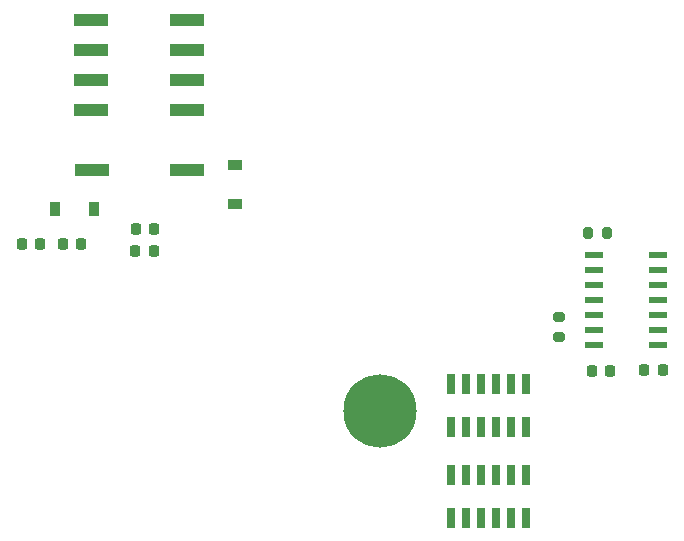
<source format=gbr>
G04 #@! TF.GenerationSoftware,KiCad,Pcbnew,6.0.11+dfsg-1~bpo11+1*
G04 #@! TF.CreationDate,2023-05-20T19:26:12-04:00*
G04 #@! TF.ProjectId,RUSP_Daughterboard,52555350-5f44-4617-9567-68746572626f,rev?*
G04 #@! TF.SameCoordinates,Original*
G04 #@! TF.FileFunction,Paste,Bot*
G04 #@! TF.FilePolarity,Positive*
%FSLAX46Y46*%
G04 Gerber Fmt 4.6, Leading zero omitted, Abs format (unit mm)*
G04 Created by KiCad (PCBNEW 6.0.11+dfsg-1~bpo11+1) date 2023-05-20 19:26:12*
%MOMM*%
%LPD*%
G01*
G04 APERTURE LIST*
G04 Aperture macros list*
%AMRoundRect*
0 Rectangle with rounded corners*
0 $1 Rounding radius*
0 $2 $3 $4 $5 $6 $7 $8 $9 X,Y pos of 4 corners*
0 Add a 4 corners polygon primitive as box body*
4,1,4,$2,$3,$4,$5,$6,$7,$8,$9,$2,$3,0*
0 Add four circle primitives for the rounded corners*
1,1,$1+$1,$2,$3*
1,1,$1+$1,$4,$5*
1,1,$1+$1,$6,$7*
1,1,$1+$1,$8,$9*
0 Add four rect primitives between the rounded corners*
20,1,$1+$1,$2,$3,$4,$5,0*
20,1,$1+$1,$4,$5,$6,$7,0*
20,1,$1+$1,$6,$7,$8,$9,0*
20,1,$1+$1,$8,$9,$2,$3,0*%
G04 Aperture macros list end*
%ADD10RoundRect,0.218750X0.218750X0.256250X-0.218750X0.256250X-0.218750X-0.256250X0.218750X-0.256250X0*%
%ADD11R,0.740000X1.675000*%
%ADD12RoundRect,0.225000X0.225000X0.250000X-0.225000X0.250000X-0.225000X-0.250000X0.225000X-0.250000X0*%
%ADD13R,3.000000X1.110000*%
%ADD14R,0.900000X1.200000*%
%ADD15RoundRect,0.200000X0.275000X-0.200000X0.275000X0.200000X-0.275000X0.200000X-0.275000X-0.200000X0*%
%ADD16R,1.200000X0.900000*%
%ADD17C,6.200000*%
%ADD18RoundRect,0.200000X0.200000X0.275000X-0.200000X0.275000X-0.200000X-0.275000X0.200000X-0.275000X0*%
%ADD19RoundRect,0.225000X-0.225000X-0.250000X0.225000X-0.250000X0.225000X0.250000X-0.225000X0.250000X0*%
%ADD20R,1.500000X0.600000*%
G04 APERTURE END LIST*
D10*
X128712500Y-113850000D03*
X127137500Y-113850000D03*
D11*
X160025000Y-137040000D03*
X160025000Y-133360000D03*
X161295000Y-137040000D03*
X161295000Y-133360000D03*
X162565000Y-137040000D03*
X162565000Y-133360000D03*
X163835000Y-137040000D03*
X163835000Y-133360000D03*
X165105000Y-137040000D03*
X165105000Y-133360000D03*
X166375000Y-137040000D03*
X166375000Y-133360000D03*
D10*
X134862500Y-114400000D03*
X133287500Y-114400000D03*
D12*
X134875000Y-112550000D03*
X133325000Y-112550000D03*
X125200000Y-113825000D03*
X123650000Y-113825000D03*
D11*
X160025000Y-129340000D03*
X160025000Y-125660000D03*
X161295000Y-129340000D03*
X161295000Y-125660000D03*
X162565000Y-129340000D03*
X162565000Y-125660000D03*
X163835000Y-129340000D03*
X163835000Y-125660000D03*
X165105000Y-129340000D03*
X165105000Y-125660000D03*
X166375000Y-129340000D03*
X166375000Y-125660000D03*
D13*
X129614000Y-107530000D03*
X129486000Y-102450000D03*
X129486000Y-99910000D03*
X129486000Y-97370000D03*
X129486000Y-94830000D03*
X137614000Y-94830000D03*
X137614000Y-97370000D03*
X137614000Y-99910000D03*
X137614000Y-102450000D03*
X137614000Y-107530000D03*
D14*
X126450000Y-110900000D03*
X129750000Y-110900000D03*
D15*
X169150000Y-121675000D03*
X169150000Y-120025000D03*
D16*
X141700000Y-110450000D03*
X141700000Y-107150000D03*
D17*
X154000000Y-128000000D03*
D18*
X173225000Y-112850000D03*
X171575000Y-112850000D03*
D12*
X177925000Y-124500000D03*
X176375000Y-124500000D03*
D19*
X171925000Y-124550000D03*
X173475000Y-124550000D03*
D20*
X172150000Y-122410000D03*
X172150000Y-121140000D03*
X172150000Y-119870000D03*
X172150000Y-118600000D03*
X172150000Y-117330000D03*
X172150000Y-116060000D03*
X172150000Y-114790000D03*
X177550000Y-114790000D03*
X177550000Y-116060000D03*
X177550000Y-117330000D03*
X177550000Y-118600000D03*
X177550000Y-119870000D03*
X177550000Y-121140000D03*
X177550000Y-122410000D03*
M02*

</source>
